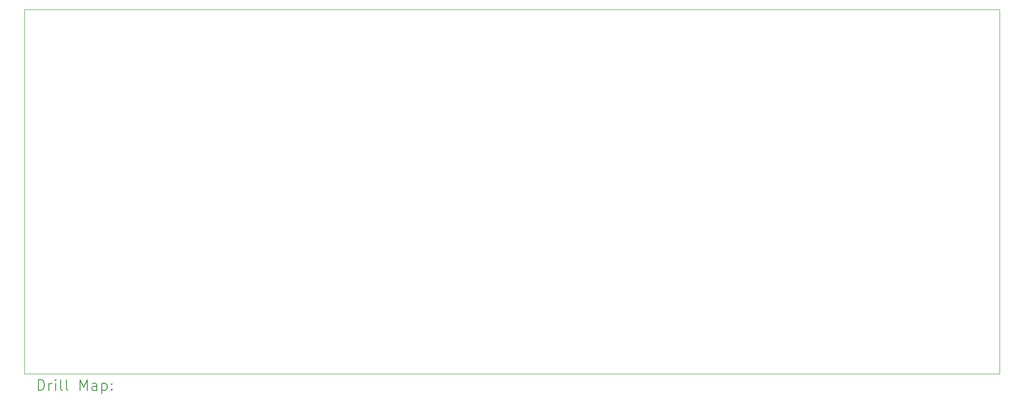
<source format=gbr>
%TF.GenerationSoftware,KiCad,Pcbnew,7.0.5-0*%
%TF.CreationDate,2023-12-27T11:16:37-05:00*%
%TF.ProjectId,nixie,6e697869-652e-46b6-9963-61645f706362,rev?*%
%TF.SameCoordinates,Original*%
%TF.FileFunction,Drillmap*%
%TF.FilePolarity,Positive*%
%FSLAX45Y45*%
G04 Gerber Fmt 4.5, Leading zero omitted, Abs format (unit mm)*
G04 Created by KiCad (PCBNEW 7.0.5-0) date 2023-12-27 11:16:37*
%MOMM*%
%LPD*%
G01*
G04 APERTURE LIST*
%ADD10C,0.050000*%
%ADD11C,0.200000*%
G04 APERTURE END LIST*
D10*
X24750000Y-14610000D02*
X24750000Y-7782210D01*
X6500000Y-14610000D02*
X24750000Y-14610000D01*
X24750000Y-7782210D02*
X6500000Y-7782210D01*
X6500000Y-7782210D02*
X6500000Y-14610000D01*
D11*
X6758277Y-14923984D02*
X6758277Y-14723984D01*
X6758277Y-14723984D02*
X6805896Y-14723984D01*
X6805896Y-14723984D02*
X6834467Y-14733508D01*
X6834467Y-14733508D02*
X6853515Y-14752555D01*
X6853515Y-14752555D02*
X6863039Y-14771603D01*
X6863039Y-14771603D02*
X6872562Y-14809698D01*
X6872562Y-14809698D02*
X6872562Y-14838269D01*
X6872562Y-14838269D02*
X6863039Y-14876365D01*
X6863039Y-14876365D02*
X6853515Y-14895412D01*
X6853515Y-14895412D02*
X6834467Y-14914460D01*
X6834467Y-14914460D02*
X6805896Y-14923984D01*
X6805896Y-14923984D02*
X6758277Y-14923984D01*
X6958277Y-14923984D02*
X6958277Y-14790650D01*
X6958277Y-14828746D02*
X6967801Y-14809698D01*
X6967801Y-14809698D02*
X6977324Y-14800174D01*
X6977324Y-14800174D02*
X6996372Y-14790650D01*
X6996372Y-14790650D02*
X7015420Y-14790650D01*
X7082086Y-14923984D02*
X7082086Y-14790650D01*
X7082086Y-14723984D02*
X7072562Y-14733508D01*
X7072562Y-14733508D02*
X7082086Y-14743031D01*
X7082086Y-14743031D02*
X7091610Y-14733508D01*
X7091610Y-14733508D02*
X7082086Y-14723984D01*
X7082086Y-14723984D02*
X7082086Y-14743031D01*
X7205896Y-14923984D02*
X7186848Y-14914460D01*
X7186848Y-14914460D02*
X7177324Y-14895412D01*
X7177324Y-14895412D02*
X7177324Y-14723984D01*
X7310658Y-14923984D02*
X7291610Y-14914460D01*
X7291610Y-14914460D02*
X7282086Y-14895412D01*
X7282086Y-14895412D02*
X7282086Y-14723984D01*
X7539229Y-14923984D02*
X7539229Y-14723984D01*
X7539229Y-14723984D02*
X7605896Y-14866841D01*
X7605896Y-14866841D02*
X7672562Y-14723984D01*
X7672562Y-14723984D02*
X7672562Y-14923984D01*
X7853515Y-14923984D02*
X7853515Y-14819222D01*
X7853515Y-14819222D02*
X7843991Y-14800174D01*
X7843991Y-14800174D02*
X7824943Y-14790650D01*
X7824943Y-14790650D02*
X7786848Y-14790650D01*
X7786848Y-14790650D02*
X7767801Y-14800174D01*
X7853515Y-14914460D02*
X7834467Y-14923984D01*
X7834467Y-14923984D02*
X7786848Y-14923984D01*
X7786848Y-14923984D02*
X7767801Y-14914460D01*
X7767801Y-14914460D02*
X7758277Y-14895412D01*
X7758277Y-14895412D02*
X7758277Y-14876365D01*
X7758277Y-14876365D02*
X7767801Y-14857317D01*
X7767801Y-14857317D02*
X7786848Y-14847793D01*
X7786848Y-14847793D02*
X7834467Y-14847793D01*
X7834467Y-14847793D02*
X7853515Y-14838269D01*
X7948753Y-14790650D02*
X7948753Y-14990650D01*
X7948753Y-14800174D02*
X7967801Y-14790650D01*
X7967801Y-14790650D02*
X8005896Y-14790650D01*
X8005896Y-14790650D02*
X8024943Y-14800174D01*
X8024943Y-14800174D02*
X8034467Y-14809698D01*
X8034467Y-14809698D02*
X8043991Y-14828746D01*
X8043991Y-14828746D02*
X8043991Y-14885888D01*
X8043991Y-14885888D02*
X8034467Y-14904936D01*
X8034467Y-14904936D02*
X8024943Y-14914460D01*
X8024943Y-14914460D02*
X8005896Y-14923984D01*
X8005896Y-14923984D02*
X7967801Y-14923984D01*
X7967801Y-14923984D02*
X7948753Y-14914460D01*
X8129705Y-14904936D02*
X8139229Y-14914460D01*
X8139229Y-14914460D02*
X8129705Y-14923984D01*
X8129705Y-14923984D02*
X8120182Y-14914460D01*
X8120182Y-14914460D02*
X8129705Y-14904936D01*
X8129705Y-14904936D02*
X8129705Y-14923984D01*
X8129705Y-14800174D02*
X8139229Y-14809698D01*
X8139229Y-14809698D02*
X8129705Y-14819222D01*
X8129705Y-14819222D02*
X8120182Y-14809698D01*
X8120182Y-14809698D02*
X8129705Y-14800174D01*
X8129705Y-14800174D02*
X8129705Y-14819222D01*
M02*

</source>
